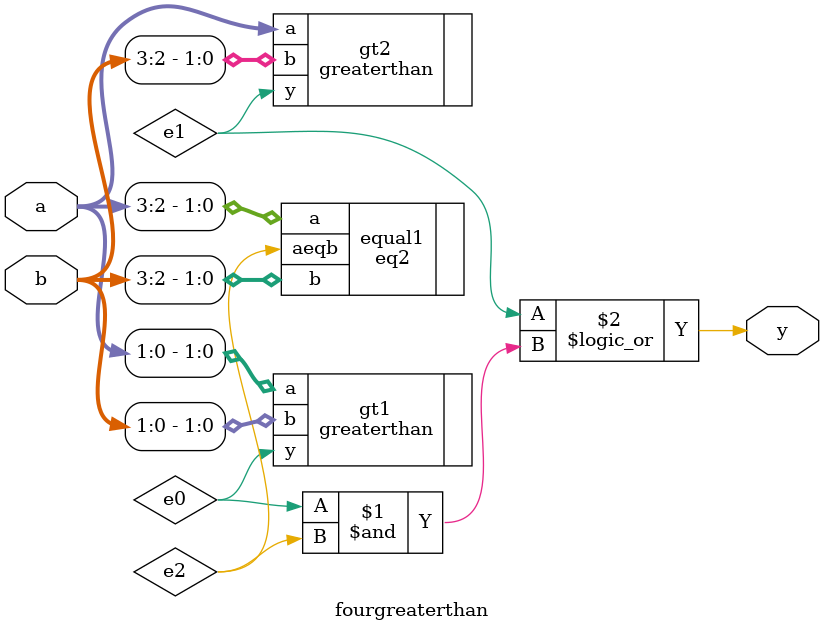
<source format=sv>
`timescale 1ns / 1ps

module fourgreaterthan(
input logic [3:0] a,b,
output logic y 
);
logic e0, e1, e2, e3;

greaterthan gt1(.a(a[1:0]), .b(b[1:0]), .y(e0));
greaterthan gt2(.a(a[3:0]), .b(b[3:2]), .y(e1));
eq2 equal1(.a(a[3:2]),.b(b[3:2]), .aeqb(e2));

assign y = e1 ||( e0 & e2);

endmodule

</source>
